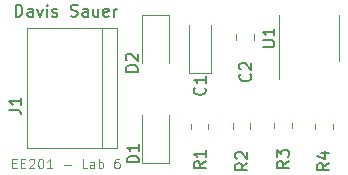
<source format=gbr>
%TF.GenerationSoftware,KiCad,Pcbnew,(6.0.10)*%
%TF.CreationDate,2023-02-16T14:22:03-08:00*%
%TF.ProjectId,Exercise 2,45786572-6369-4736-9520-322e6b696361,rev?*%
%TF.SameCoordinates,Original*%
%TF.FileFunction,Legend,Top*%
%TF.FilePolarity,Positive*%
%FSLAX46Y46*%
G04 Gerber Fmt 4.6, Leading zero omitted, Abs format (unit mm)*
G04 Created by KiCad (PCBNEW (6.0.10)) date 2023-02-16 14:22:03*
%MOMM*%
%LPD*%
G01*
G04 APERTURE LIST*
%ADD10C,0.200000*%
%ADD11C,0.100000*%
%ADD12C,0.150000*%
%ADD13C,0.120000*%
G04 APERTURE END LIST*
D10*
X178641904Y-74112380D02*
X178641904Y-73112380D01*
X178880000Y-73112380D01*
X179022857Y-73160000D01*
X179118095Y-73255238D01*
X179165714Y-73350476D01*
X179213333Y-73540952D01*
X179213333Y-73683809D01*
X179165714Y-73874285D01*
X179118095Y-73969523D01*
X179022857Y-74064761D01*
X178880000Y-74112380D01*
X178641904Y-74112380D01*
X180070476Y-74112380D02*
X180070476Y-73588571D01*
X180022857Y-73493333D01*
X179927619Y-73445714D01*
X179737142Y-73445714D01*
X179641904Y-73493333D01*
X180070476Y-74064761D02*
X179975238Y-74112380D01*
X179737142Y-74112380D01*
X179641904Y-74064761D01*
X179594285Y-73969523D01*
X179594285Y-73874285D01*
X179641904Y-73779047D01*
X179737142Y-73731428D01*
X179975238Y-73731428D01*
X180070476Y-73683809D01*
X180451428Y-73445714D02*
X180689523Y-74112380D01*
X180927619Y-73445714D01*
X181308571Y-74112380D02*
X181308571Y-73445714D01*
X181308571Y-73112380D02*
X181260952Y-73160000D01*
X181308571Y-73207619D01*
X181356190Y-73160000D01*
X181308571Y-73112380D01*
X181308571Y-73207619D01*
X181737142Y-74064761D02*
X181832380Y-74112380D01*
X182022857Y-74112380D01*
X182118095Y-74064761D01*
X182165714Y-73969523D01*
X182165714Y-73921904D01*
X182118095Y-73826666D01*
X182022857Y-73779047D01*
X181880000Y-73779047D01*
X181784761Y-73731428D01*
X181737142Y-73636190D01*
X181737142Y-73588571D01*
X181784761Y-73493333D01*
X181880000Y-73445714D01*
X182022857Y-73445714D01*
X182118095Y-73493333D01*
X183308571Y-74064761D02*
X183451428Y-74112380D01*
X183689523Y-74112380D01*
X183784761Y-74064761D01*
X183832380Y-74017142D01*
X183880000Y-73921904D01*
X183880000Y-73826666D01*
X183832380Y-73731428D01*
X183784761Y-73683809D01*
X183689523Y-73636190D01*
X183499047Y-73588571D01*
X183403809Y-73540952D01*
X183356190Y-73493333D01*
X183308571Y-73398095D01*
X183308571Y-73302857D01*
X183356190Y-73207619D01*
X183403809Y-73160000D01*
X183499047Y-73112380D01*
X183737142Y-73112380D01*
X183880000Y-73160000D01*
X184737142Y-74112380D02*
X184737142Y-73588571D01*
X184689523Y-73493333D01*
X184594285Y-73445714D01*
X184403809Y-73445714D01*
X184308571Y-73493333D01*
X184737142Y-74064761D02*
X184641904Y-74112380D01*
X184403809Y-74112380D01*
X184308571Y-74064761D01*
X184260952Y-73969523D01*
X184260952Y-73874285D01*
X184308571Y-73779047D01*
X184403809Y-73731428D01*
X184641904Y-73731428D01*
X184737142Y-73683809D01*
X185641904Y-73445714D02*
X185641904Y-74112380D01*
X185213333Y-73445714D02*
X185213333Y-73969523D01*
X185260952Y-74064761D01*
X185356190Y-74112380D01*
X185499047Y-74112380D01*
X185594285Y-74064761D01*
X185641904Y-74017142D01*
X186499047Y-74064761D02*
X186403809Y-74112380D01*
X186213333Y-74112380D01*
X186118095Y-74064761D01*
X186070476Y-73969523D01*
X186070476Y-73588571D01*
X186118095Y-73493333D01*
X186213333Y-73445714D01*
X186403809Y-73445714D01*
X186499047Y-73493333D01*
X186546666Y-73588571D01*
X186546666Y-73683809D01*
X186070476Y-73779047D01*
X186975238Y-74112380D02*
X186975238Y-73445714D01*
X186975238Y-73636190D02*
X187022857Y-73540952D01*
X187070476Y-73493333D01*
X187165714Y-73445714D01*
X187260952Y-73445714D01*
D11*
X178365714Y-86543251D02*
X178632380Y-86543251D01*
X178746666Y-86962298D02*
X178365714Y-86962298D01*
X178365714Y-86162298D01*
X178746666Y-86162298D01*
X179089523Y-86543251D02*
X179356190Y-86543251D01*
X179470476Y-86962298D02*
X179089523Y-86962298D01*
X179089523Y-86162298D01*
X179470476Y-86162298D01*
X179775238Y-86238489D02*
X179813333Y-86200394D01*
X179889523Y-86162298D01*
X180080000Y-86162298D01*
X180156190Y-86200394D01*
X180194285Y-86238489D01*
X180232380Y-86314679D01*
X180232380Y-86390870D01*
X180194285Y-86505155D01*
X179737142Y-86962298D01*
X180232380Y-86962298D01*
X180727619Y-86162298D02*
X180803809Y-86162298D01*
X180880000Y-86200394D01*
X180918095Y-86238489D01*
X180956190Y-86314679D01*
X180994285Y-86467060D01*
X180994285Y-86657536D01*
X180956190Y-86809917D01*
X180918095Y-86886108D01*
X180880000Y-86924203D01*
X180803809Y-86962298D01*
X180727619Y-86962298D01*
X180651428Y-86924203D01*
X180613333Y-86886108D01*
X180575238Y-86809917D01*
X180537142Y-86657536D01*
X180537142Y-86467060D01*
X180575238Y-86314679D01*
X180613333Y-86238489D01*
X180651428Y-86200394D01*
X180727619Y-86162298D01*
X181756190Y-86962298D02*
X181299047Y-86962298D01*
X181527619Y-86962298D02*
X181527619Y-86162298D01*
X181451428Y-86276584D01*
X181375238Y-86352774D01*
X181299047Y-86390870D01*
X182708571Y-86657536D02*
X183318095Y-86657536D01*
X184689523Y-86962298D02*
X184308571Y-86962298D01*
X184308571Y-86162298D01*
X185299047Y-86962298D02*
X185299047Y-86543251D01*
X185260952Y-86467060D01*
X185184761Y-86428965D01*
X185032380Y-86428965D01*
X184956190Y-86467060D01*
X185299047Y-86924203D02*
X185222857Y-86962298D01*
X185032380Y-86962298D01*
X184956190Y-86924203D01*
X184918095Y-86848013D01*
X184918095Y-86771822D01*
X184956190Y-86695632D01*
X185032380Y-86657536D01*
X185222857Y-86657536D01*
X185299047Y-86619441D01*
X185680000Y-86962298D02*
X185680000Y-86162298D01*
X185680000Y-86467060D02*
X185756190Y-86428965D01*
X185908571Y-86428965D01*
X185984761Y-86467060D01*
X186022857Y-86505155D01*
X186060952Y-86581346D01*
X186060952Y-86809917D01*
X186022857Y-86886108D01*
X185984761Y-86924203D01*
X185908571Y-86962298D01*
X185756190Y-86962298D01*
X185680000Y-86924203D01*
X187356190Y-86162298D02*
X187203809Y-86162298D01*
X187127619Y-86200394D01*
X187089523Y-86238489D01*
X187013333Y-86352774D01*
X186975238Y-86505155D01*
X186975238Y-86809917D01*
X187013333Y-86886108D01*
X187051428Y-86924203D01*
X187127619Y-86962298D01*
X187280000Y-86962298D01*
X187356190Y-86924203D01*
X187394285Y-86886108D01*
X187432380Y-86809917D01*
X187432380Y-86619441D01*
X187394285Y-86543251D01*
X187356190Y-86505155D01*
X187280000Y-86467060D01*
X187127619Y-86467060D01*
X187051428Y-86505155D01*
X187013333Y-86543251D01*
X186975238Y-86619441D01*
D12*
%TO.C,D1*%
X189052902Y-86450208D02*
X188052902Y-86450208D01*
X188052902Y-86212113D01*
X188100522Y-86069255D01*
X188195760Y-85974017D01*
X188290998Y-85926398D01*
X188481474Y-85878779D01*
X188624331Y-85878779D01*
X188814807Y-85926398D01*
X188910045Y-85974017D01*
X189005283Y-86069255D01*
X189052902Y-86212113D01*
X189052902Y-86450208D01*
X189052902Y-84926398D02*
X189052902Y-85497827D01*
X189052902Y-85212113D02*
X188052902Y-85212113D01*
X188195760Y-85307351D01*
X188290998Y-85402589D01*
X188338617Y-85497827D01*
%TO.C,R3*%
X201761857Y-86352573D02*
X201285667Y-86685907D01*
X201761857Y-86924002D02*
X200761857Y-86924002D01*
X200761857Y-86543049D01*
X200809477Y-86447811D01*
X200857096Y-86400192D01*
X200952334Y-86352573D01*
X201095191Y-86352573D01*
X201190429Y-86400192D01*
X201238048Y-86447811D01*
X201285667Y-86543049D01*
X201285667Y-86924002D01*
X200761857Y-86019240D02*
X200761857Y-85400192D01*
X201142810Y-85733526D01*
X201142810Y-85590668D01*
X201190429Y-85495430D01*
X201238048Y-85447811D01*
X201333286Y-85400192D01*
X201571381Y-85400192D01*
X201666619Y-85447811D01*
X201714238Y-85495430D01*
X201761857Y-85590668D01*
X201761857Y-85876383D01*
X201714238Y-85971621D01*
X201666619Y-86019240D01*
%TO.C,D2*%
X188970316Y-78769713D02*
X187970316Y-78769713D01*
X187970316Y-78531618D01*
X188017936Y-78388760D01*
X188113174Y-78293522D01*
X188208412Y-78245903D01*
X188398888Y-78198284D01*
X188541745Y-78198284D01*
X188732221Y-78245903D01*
X188827459Y-78293522D01*
X188922697Y-78388760D01*
X188970316Y-78531618D01*
X188970316Y-78769713D01*
X188065555Y-77817332D02*
X188017936Y-77769713D01*
X187970316Y-77674475D01*
X187970316Y-77436379D01*
X188017936Y-77341141D01*
X188065555Y-77293522D01*
X188160793Y-77245903D01*
X188256031Y-77245903D01*
X188398888Y-77293522D01*
X188970316Y-77864951D01*
X188970316Y-77245903D01*
%TO.C,C2*%
X198494967Y-78971839D02*
X198542586Y-79019458D01*
X198590205Y-79162315D01*
X198590205Y-79257553D01*
X198542586Y-79400411D01*
X198447348Y-79495649D01*
X198352110Y-79543268D01*
X198161634Y-79590887D01*
X198018777Y-79590887D01*
X197828301Y-79543268D01*
X197733063Y-79495649D01*
X197637825Y-79400411D01*
X197590205Y-79257553D01*
X197590205Y-79162315D01*
X197637825Y-79019458D01*
X197685444Y-78971839D01*
X197685444Y-78590887D02*
X197637825Y-78543268D01*
X197590205Y-78448030D01*
X197590205Y-78209934D01*
X197637825Y-78114696D01*
X197685444Y-78067077D01*
X197780682Y-78019458D01*
X197875920Y-78019458D01*
X198018777Y-78067077D01*
X198590205Y-78638506D01*
X198590205Y-78019458D01*
%TO.C,U1*%
X199545904Y-76701345D02*
X200355428Y-76701345D01*
X200450666Y-76653726D01*
X200498285Y-76606107D01*
X200545904Y-76510869D01*
X200545904Y-76320393D01*
X200498285Y-76225155D01*
X200450666Y-76177536D01*
X200355428Y-76129917D01*
X199545904Y-76129917D01*
X200545904Y-75129917D02*
X200545904Y-75701345D01*
X200545904Y-75415631D02*
X199545904Y-75415631D01*
X199688762Y-75510869D01*
X199784000Y-75606107D01*
X199831619Y-75701345D01*
%TO.C,R4*%
X205175411Y-86526713D02*
X204699221Y-86860047D01*
X205175411Y-87098142D02*
X204175411Y-87098142D01*
X204175411Y-86717189D01*
X204223031Y-86621951D01*
X204270650Y-86574332D01*
X204365888Y-86526713D01*
X204508745Y-86526713D01*
X204603983Y-86574332D01*
X204651602Y-86621951D01*
X204699221Y-86717189D01*
X204699221Y-87098142D01*
X204508745Y-85669570D02*
X205175411Y-85669570D01*
X204127792Y-85907666D02*
X204842078Y-86145761D01*
X204842078Y-85526713D01*
%TO.C,R1*%
X194717689Y-86378127D02*
X194241499Y-86711461D01*
X194717689Y-86949556D02*
X193717689Y-86949556D01*
X193717689Y-86568603D01*
X193765309Y-86473365D01*
X193812928Y-86425746D01*
X193908166Y-86378127D01*
X194051023Y-86378127D01*
X194146261Y-86425746D01*
X194193880Y-86473365D01*
X194241499Y-86568603D01*
X194241499Y-86949556D01*
X194717689Y-85425746D02*
X194717689Y-85997175D01*
X194717689Y-85711461D02*
X193717689Y-85711461D01*
X193860547Y-85806699D01*
X193955785Y-85901937D01*
X194003404Y-85997175D01*
%TO.C,R2*%
X198247473Y-86511938D02*
X197771283Y-86845272D01*
X198247473Y-87083367D02*
X197247473Y-87083367D01*
X197247473Y-86702414D01*
X197295093Y-86607176D01*
X197342712Y-86559557D01*
X197437950Y-86511938D01*
X197580807Y-86511938D01*
X197676045Y-86559557D01*
X197723664Y-86607176D01*
X197771283Y-86702414D01*
X197771283Y-87083367D01*
X197342712Y-86130986D02*
X197295093Y-86083367D01*
X197247473Y-85988129D01*
X197247473Y-85750033D01*
X197295093Y-85654795D01*
X197342712Y-85607176D01*
X197437950Y-85559557D01*
X197533188Y-85559557D01*
X197676045Y-85607176D01*
X198247473Y-86178605D01*
X198247473Y-85559557D01*
%TO.C,C1*%
X194635932Y-80134512D02*
X194683551Y-80182131D01*
X194731170Y-80324988D01*
X194731170Y-80420226D01*
X194683551Y-80563084D01*
X194588313Y-80658322D01*
X194493075Y-80705941D01*
X194302599Y-80753560D01*
X194159742Y-80753560D01*
X193969266Y-80705941D01*
X193874028Y-80658322D01*
X193778790Y-80563084D01*
X193731170Y-80420226D01*
X193731170Y-80324988D01*
X193778790Y-80182131D01*
X193826409Y-80134512D01*
X194731170Y-79182131D02*
X194731170Y-79753560D01*
X194731170Y-79467846D02*
X193731170Y-79467846D01*
X193874028Y-79563084D01*
X193969266Y-79658322D01*
X194016885Y-79753560D01*
%TO.C,J1*%
X178090761Y-82009575D02*
X178805047Y-82009575D01*
X178947904Y-82057194D01*
X179043142Y-82152432D01*
X179090761Y-82295289D01*
X179090761Y-82390527D01*
X179090761Y-81009575D02*
X179090761Y-81581003D01*
X179090761Y-81295289D02*
X178090761Y-81295289D01*
X178233619Y-81390527D01*
X178328857Y-81485765D01*
X178376476Y-81581003D01*
D13*
%TO.C,D1*%
X189372363Y-86507593D02*
X191642363Y-86507593D01*
X191642363Y-86507593D02*
X191642363Y-82447593D01*
X189372363Y-82447593D02*
X189372363Y-86507593D01*
%TO.C,R3*%
X201998703Y-83117585D02*
X201998703Y-83571713D01*
X200528703Y-83117585D02*
X200528703Y-83571713D01*
%TO.C,D2*%
X189344835Y-73962155D02*
X189344835Y-78022155D01*
X191614835Y-78022155D02*
X191614835Y-73962155D01*
X191614835Y-73962155D02*
X189344835Y-73962155D01*
%TO.C,C2*%
X198777851Y-76090578D02*
X198777851Y-75568074D01*
X197307851Y-76090578D02*
X197307851Y-75568074D01*
%TO.C,U1*%
X206053524Y-75939441D02*
X206053524Y-73989441D01*
X206053524Y-75939441D02*
X206053524Y-77889441D01*
X200933524Y-75939441D02*
X200933524Y-79389441D01*
X200933524Y-75939441D02*
X200933524Y-73989441D01*
%TO.C,R4*%
X203997314Y-83654299D02*
X203997314Y-83200171D01*
X205467314Y-83654299D02*
X205467314Y-83200171D01*
%TO.C,R1*%
X193481368Y-83200171D02*
X193481368Y-83654299D01*
X194951368Y-83200171D02*
X194951368Y-83654299D01*
%TO.C,R2*%
X197005036Y-83599241D02*
X197005036Y-83145113D01*
X198475036Y-83599241D02*
X198475036Y-83145113D01*
%TO.C,C1*%
X193343790Y-74835047D02*
X193343790Y-78920047D01*
X193343790Y-78920047D02*
X195213790Y-78920047D01*
X195213790Y-78920047D02*
X195213790Y-74835047D01*
%TO.C,J1*%
X187207607Y-85266217D02*
X187207607Y-75106217D01*
X187207607Y-75106217D02*
X179587607Y-75106217D01*
X179587607Y-75106217D02*
X179587607Y-85266217D01*
X185937607Y-75106217D02*
X185937607Y-85266217D01*
X179587607Y-85266217D02*
X187207607Y-85266217D01*
%TD*%
M02*

</source>
